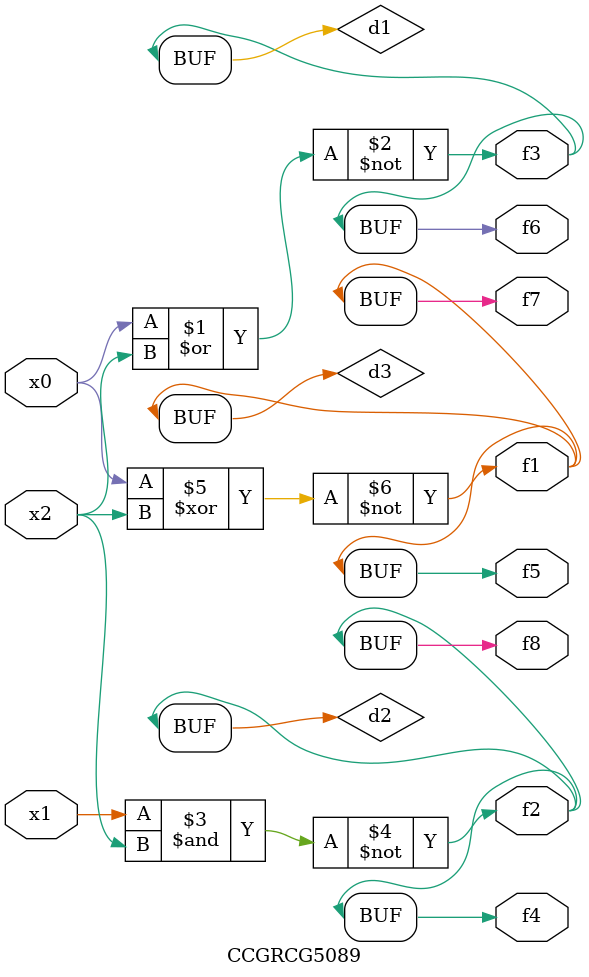
<source format=v>
module CCGRCG5089(
	input x0, x1, x2,
	output f1, f2, f3, f4, f5, f6, f7, f8
);

	wire d1, d2, d3;

	nor (d1, x0, x2);
	nand (d2, x1, x2);
	xnor (d3, x0, x2);
	assign f1 = d3;
	assign f2 = d2;
	assign f3 = d1;
	assign f4 = d2;
	assign f5 = d3;
	assign f6 = d1;
	assign f7 = d3;
	assign f8 = d2;
endmodule

</source>
